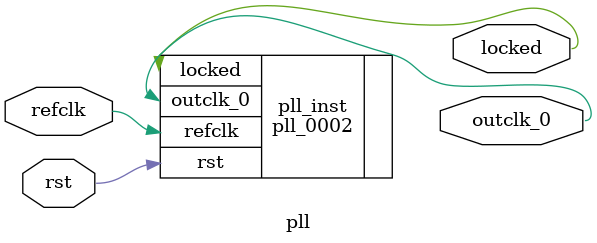
<source format=v>
`timescale 1 ps / 1 ps
module pll (
		input  wire  refclk,   //  refclk.clk
		input  wire  rst,      //   reset.reset
		output wire  outclk_0, // outclk0.clk
		output wire  locked    //  locked.export
	);

	pll_0002 pll_inst (
		.refclk   (refclk),   //  refclk.clk
		.rst      (rst),      //   reset.reset
		.outclk_0 (outclk_0), // outclk0.clk
		.locked   (locked)    //  locked.export
	);

endmodule

</source>
